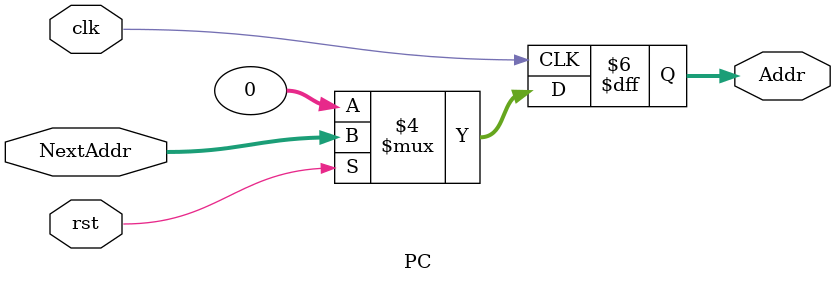
<source format=v>
`timescale 1ns / 1ps


module PC(
    input clk, rst,
    input [31:0] NextAddr,
    output [31:0] Addr
);
    reg [31:0] Addr;

    always @(posedge clk)
    begin
        if(~rst)
            Addr <= {32{1'b0}};
        else
            Addr <= NextAddr;
    end
endmodule
</source>
